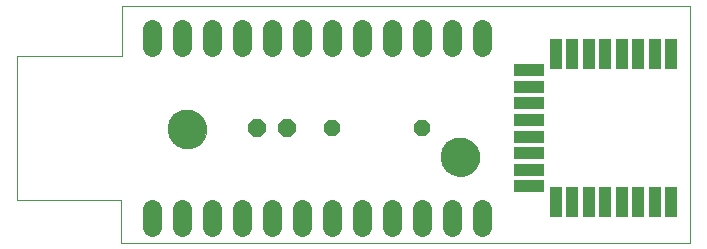
<source format=gts>
G75*
%MOIN*%
%OFA0B0*%
%FSLAX25Y25*%
%IPPOS*%
%LPD*%
%AMOC8*
5,1,8,0,0,1.08239X$1,22.5*
%
%ADD10C,0.00000*%
%ADD11C,0.12998*%
%ADD12R,0.04337X0.10046*%
%ADD13R,0.10046X0.04337*%
%ADD14C,0.06400*%
%ADD15OC8,0.06000*%
%ADD16OC8,0.05600*%
D10*
X0035742Y0004543D02*
X0225421Y0004380D01*
X0225257Y0083418D01*
X0036116Y0083287D01*
X0035913Y0066626D01*
X0001142Y0066829D01*
X0001000Y0018636D01*
X0035777Y0018636D01*
X0035742Y0004543D01*
X0142509Y0033078D02*
X0142511Y0033236D01*
X0142517Y0033394D01*
X0142527Y0033552D01*
X0142541Y0033710D01*
X0142559Y0033867D01*
X0142580Y0034024D01*
X0142606Y0034180D01*
X0142636Y0034336D01*
X0142669Y0034491D01*
X0142707Y0034644D01*
X0142748Y0034797D01*
X0142793Y0034949D01*
X0142842Y0035100D01*
X0142895Y0035249D01*
X0142951Y0035397D01*
X0143011Y0035543D01*
X0143075Y0035688D01*
X0143143Y0035831D01*
X0143214Y0035973D01*
X0143288Y0036113D01*
X0143366Y0036250D01*
X0143448Y0036386D01*
X0143532Y0036520D01*
X0143621Y0036651D01*
X0143712Y0036780D01*
X0143807Y0036907D01*
X0143904Y0037032D01*
X0144005Y0037154D01*
X0144109Y0037273D01*
X0144216Y0037390D01*
X0144326Y0037504D01*
X0144439Y0037615D01*
X0144554Y0037724D01*
X0144672Y0037829D01*
X0144793Y0037931D01*
X0144916Y0038031D01*
X0145042Y0038127D01*
X0145170Y0038220D01*
X0145300Y0038310D01*
X0145433Y0038396D01*
X0145568Y0038480D01*
X0145704Y0038559D01*
X0145843Y0038636D01*
X0145984Y0038708D01*
X0146126Y0038778D01*
X0146270Y0038843D01*
X0146416Y0038905D01*
X0146563Y0038963D01*
X0146712Y0039018D01*
X0146862Y0039069D01*
X0147013Y0039116D01*
X0147165Y0039159D01*
X0147318Y0039198D01*
X0147473Y0039234D01*
X0147628Y0039265D01*
X0147784Y0039293D01*
X0147940Y0039317D01*
X0148097Y0039337D01*
X0148255Y0039353D01*
X0148412Y0039365D01*
X0148571Y0039373D01*
X0148729Y0039377D01*
X0148887Y0039377D01*
X0149045Y0039373D01*
X0149204Y0039365D01*
X0149361Y0039353D01*
X0149519Y0039337D01*
X0149676Y0039317D01*
X0149832Y0039293D01*
X0149988Y0039265D01*
X0150143Y0039234D01*
X0150298Y0039198D01*
X0150451Y0039159D01*
X0150603Y0039116D01*
X0150754Y0039069D01*
X0150904Y0039018D01*
X0151053Y0038963D01*
X0151200Y0038905D01*
X0151346Y0038843D01*
X0151490Y0038778D01*
X0151632Y0038708D01*
X0151773Y0038636D01*
X0151912Y0038559D01*
X0152048Y0038480D01*
X0152183Y0038396D01*
X0152316Y0038310D01*
X0152446Y0038220D01*
X0152574Y0038127D01*
X0152700Y0038031D01*
X0152823Y0037931D01*
X0152944Y0037829D01*
X0153062Y0037724D01*
X0153177Y0037615D01*
X0153290Y0037504D01*
X0153400Y0037390D01*
X0153507Y0037273D01*
X0153611Y0037154D01*
X0153712Y0037032D01*
X0153809Y0036907D01*
X0153904Y0036780D01*
X0153995Y0036651D01*
X0154084Y0036520D01*
X0154168Y0036386D01*
X0154250Y0036250D01*
X0154328Y0036113D01*
X0154402Y0035973D01*
X0154473Y0035831D01*
X0154541Y0035688D01*
X0154605Y0035543D01*
X0154665Y0035397D01*
X0154721Y0035249D01*
X0154774Y0035100D01*
X0154823Y0034949D01*
X0154868Y0034797D01*
X0154909Y0034644D01*
X0154947Y0034491D01*
X0154980Y0034336D01*
X0155010Y0034180D01*
X0155036Y0034024D01*
X0155057Y0033867D01*
X0155075Y0033710D01*
X0155089Y0033552D01*
X0155099Y0033394D01*
X0155105Y0033236D01*
X0155107Y0033078D01*
X0155105Y0032920D01*
X0155099Y0032762D01*
X0155089Y0032604D01*
X0155075Y0032446D01*
X0155057Y0032289D01*
X0155036Y0032132D01*
X0155010Y0031976D01*
X0154980Y0031820D01*
X0154947Y0031665D01*
X0154909Y0031512D01*
X0154868Y0031359D01*
X0154823Y0031207D01*
X0154774Y0031056D01*
X0154721Y0030907D01*
X0154665Y0030759D01*
X0154605Y0030613D01*
X0154541Y0030468D01*
X0154473Y0030325D01*
X0154402Y0030183D01*
X0154328Y0030043D01*
X0154250Y0029906D01*
X0154168Y0029770D01*
X0154084Y0029636D01*
X0153995Y0029505D01*
X0153904Y0029376D01*
X0153809Y0029249D01*
X0153712Y0029124D01*
X0153611Y0029002D01*
X0153507Y0028883D01*
X0153400Y0028766D01*
X0153290Y0028652D01*
X0153177Y0028541D01*
X0153062Y0028432D01*
X0152944Y0028327D01*
X0152823Y0028225D01*
X0152700Y0028125D01*
X0152574Y0028029D01*
X0152446Y0027936D01*
X0152316Y0027846D01*
X0152183Y0027760D01*
X0152048Y0027676D01*
X0151912Y0027597D01*
X0151773Y0027520D01*
X0151632Y0027448D01*
X0151490Y0027378D01*
X0151346Y0027313D01*
X0151200Y0027251D01*
X0151053Y0027193D01*
X0150904Y0027138D01*
X0150754Y0027087D01*
X0150603Y0027040D01*
X0150451Y0026997D01*
X0150298Y0026958D01*
X0150143Y0026922D01*
X0149988Y0026891D01*
X0149832Y0026863D01*
X0149676Y0026839D01*
X0149519Y0026819D01*
X0149361Y0026803D01*
X0149204Y0026791D01*
X0149045Y0026783D01*
X0148887Y0026779D01*
X0148729Y0026779D01*
X0148571Y0026783D01*
X0148412Y0026791D01*
X0148255Y0026803D01*
X0148097Y0026819D01*
X0147940Y0026839D01*
X0147784Y0026863D01*
X0147628Y0026891D01*
X0147473Y0026922D01*
X0147318Y0026958D01*
X0147165Y0026997D01*
X0147013Y0027040D01*
X0146862Y0027087D01*
X0146712Y0027138D01*
X0146563Y0027193D01*
X0146416Y0027251D01*
X0146270Y0027313D01*
X0146126Y0027378D01*
X0145984Y0027448D01*
X0145843Y0027520D01*
X0145704Y0027597D01*
X0145568Y0027676D01*
X0145433Y0027760D01*
X0145300Y0027846D01*
X0145170Y0027936D01*
X0145042Y0028029D01*
X0144916Y0028125D01*
X0144793Y0028225D01*
X0144672Y0028327D01*
X0144554Y0028432D01*
X0144439Y0028541D01*
X0144326Y0028652D01*
X0144216Y0028766D01*
X0144109Y0028883D01*
X0144005Y0029002D01*
X0143904Y0029124D01*
X0143807Y0029249D01*
X0143712Y0029376D01*
X0143621Y0029505D01*
X0143532Y0029636D01*
X0143448Y0029770D01*
X0143366Y0029906D01*
X0143288Y0030043D01*
X0143214Y0030183D01*
X0143143Y0030325D01*
X0143075Y0030468D01*
X0143011Y0030613D01*
X0142951Y0030759D01*
X0142895Y0030907D01*
X0142842Y0031056D01*
X0142793Y0031207D01*
X0142748Y0031359D01*
X0142707Y0031512D01*
X0142669Y0031665D01*
X0142636Y0031820D01*
X0142606Y0031976D01*
X0142580Y0032132D01*
X0142559Y0032289D01*
X0142541Y0032446D01*
X0142527Y0032604D01*
X0142517Y0032762D01*
X0142511Y0032920D01*
X0142509Y0033078D01*
X0051494Y0042278D02*
X0051496Y0042436D01*
X0051502Y0042594D01*
X0051512Y0042752D01*
X0051526Y0042910D01*
X0051544Y0043067D01*
X0051565Y0043224D01*
X0051591Y0043380D01*
X0051621Y0043536D01*
X0051654Y0043691D01*
X0051692Y0043844D01*
X0051733Y0043997D01*
X0051778Y0044149D01*
X0051827Y0044300D01*
X0051880Y0044449D01*
X0051936Y0044597D01*
X0051996Y0044743D01*
X0052060Y0044888D01*
X0052128Y0045031D01*
X0052199Y0045173D01*
X0052273Y0045313D01*
X0052351Y0045450D01*
X0052433Y0045586D01*
X0052517Y0045720D01*
X0052606Y0045851D01*
X0052697Y0045980D01*
X0052792Y0046107D01*
X0052889Y0046232D01*
X0052990Y0046354D01*
X0053094Y0046473D01*
X0053201Y0046590D01*
X0053311Y0046704D01*
X0053424Y0046815D01*
X0053539Y0046924D01*
X0053657Y0047029D01*
X0053778Y0047131D01*
X0053901Y0047231D01*
X0054027Y0047327D01*
X0054155Y0047420D01*
X0054285Y0047510D01*
X0054418Y0047596D01*
X0054553Y0047680D01*
X0054689Y0047759D01*
X0054828Y0047836D01*
X0054969Y0047908D01*
X0055111Y0047978D01*
X0055255Y0048043D01*
X0055401Y0048105D01*
X0055548Y0048163D01*
X0055697Y0048218D01*
X0055847Y0048269D01*
X0055998Y0048316D01*
X0056150Y0048359D01*
X0056303Y0048398D01*
X0056458Y0048434D01*
X0056613Y0048465D01*
X0056769Y0048493D01*
X0056925Y0048517D01*
X0057082Y0048537D01*
X0057240Y0048553D01*
X0057397Y0048565D01*
X0057556Y0048573D01*
X0057714Y0048577D01*
X0057872Y0048577D01*
X0058030Y0048573D01*
X0058189Y0048565D01*
X0058346Y0048553D01*
X0058504Y0048537D01*
X0058661Y0048517D01*
X0058817Y0048493D01*
X0058973Y0048465D01*
X0059128Y0048434D01*
X0059283Y0048398D01*
X0059436Y0048359D01*
X0059588Y0048316D01*
X0059739Y0048269D01*
X0059889Y0048218D01*
X0060038Y0048163D01*
X0060185Y0048105D01*
X0060331Y0048043D01*
X0060475Y0047978D01*
X0060617Y0047908D01*
X0060758Y0047836D01*
X0060897Y0047759D01*
X0061033Y0047680D01*
X0061168Y0047596D01*
X0061301Y0047510D01*
X0061431Y0047420D01*
X0061559Y0047327D01*
X0061685Y0047231D01*
X0061808Y0047131D01*
X0061929Y0047029D01*
X0062047Y0046924D01*
X0062162Y0046815D01*
X0062275Y0046704D01*
X0062385Y0046590D01*
X0062492Y0046473D01*
X0062596Y0046354D01*
X0062697Y0046232D01*
X0062794Y0046107D01*
X0062889Y0045980D01*
X0062980Y0045851D01*
X0063069Y0045720D01*
X0063153Y0045586D01*
X0063235Y0045450D01*
X0063313Y0045313D01*
X0063387Y0045173D01*
X0063458Y0045031D01*
X0063526Y0044888D01*
X0063590Y0044743D01*
X0063650Y0044597D01*
X0063706Y0044449D01*
X0063759Y0044300D01*
X0063808Y0044149D01*
X0063853Y0043997D01*
X0063894Y0043844D01*
X0063932Y0043691D01*
X0063965Y0043536D01*
X0063995Y0043380D01*
X0064021Y0043224D01*
X0064042Y0043067D01*
X0064060Y0042910D01*
X0064074Y0042752D01*
X0064084Y0042594D01*
X0064090Y0042436D01*
X0064092Y0042278D01*
X0064090Y0042120D01*
X0064084Y0041962D01*
X0064074Y0041804D01*
X0064060Y0041646D01*
X0064042Y0041489D01*
X0064021Y0041332D01*
X0063995Y0041176D01*
X0063965Y0041020D01*
X0063932Y0040865D01*
X0063894Y0040712D01*
X0063853Y0040559D01*
X0063808Y0040407D01*
X0063759Y0040256D01*
X0063706Y0040107D01*
X0063650Y0039959D01*
X0063590Y0039813D01*
X0063526Y0039668D01*
X0063458Y0039525D01*
X0063387Y0039383D01*
X0063313Y0039243D01*
X0063235Y0039106D01*
X0063153Y0038970D01*
X0063069Y0038836D01*
X0062980Y0038705D01*
X0062889Y0038576D01*
X0062794Y0038449D01*
X0062697Y0038324D01*
X0062596Y0038202D01*
X0062492Y0038083D01*
X0062385Y0037966D01*
X0062275Y0037852D01*
X0062162Y0037741D01*
X0062047Y0037632D01*
X0061929Y0037527D01*
X0061808Y0037425D01*
X0061685Y0037325D01*
X0061559Y0037229D01*
X0061431Y0037136D01*
X0061301Y0037046D01*
X0061168Y0036960D01*
X0061033Y0036876D01*
X0060897Y0036797D01*
X0060758Y0036720D01*
X0060617Y0036648D01*
X0060475Y0036578D01*
X0060331Y0036513D01*
X0060185Y0036451D01*
X0060038Y0036393D01*
X0059889Y0036338D01*
X0059739Y0036287D01*
X0059588Y0036240D01*
X0059436Y0036197D01*
X0059283Y0036158D01*
X0059128Y0036122D01*
X0058973Y0036091D01*
X0058817Y0036063D01*
X0058661Y0036039D01*
X0058504Y0036019D01*
X0058346Y0036003D01*
X0058189Y0035991D01*
X0058030Y0035983D01*
X0057872Y0035979D01*
X0057714Y0035979D01*
X0057556Y0035983D01*
X0057397Y0035991D01*
X0057240Y0036003D01*
X0057082Y0036019D01*
X0056925Y0036039D01*
X0056769Y0036063D01*
X0056613Y0036091D01*
X0056458Y0036122D01*
X0056303Y0036158D01*
X0056150Y0036197D01*
X0055998Y0036240D01*
X0055847Y0036287D01*
X0055697Y0036338D01*
X0055548Y0036393D01*
X0055401Y0036451D01*
X0055255Y0036513D01*
X0055111Y0036578D01*
X0054969Y0036648D01*
X0054828Y0036720D01*
X0054689Y0036797D01*
X0054553Y0036876D01*
X0054418Y0036960D01*
X0054285Y0037046D01*
X0054155Y0037136D01*
X0054027Y0037229D01*
X0053901Y0037325D01*
X0053778Y0037425D01*
X0053657Y0037527D01*
X0053539Y0037632D01*
X0053424Y0037741D01*
X0053311Y0037852D01*
X0053201Y0037966D01*
X0053094Y0038083D01*
X0052990Y0038202D01*
X0052889Y0038324D01*
X0052792Y0038449D01*
X0052697Y0038576D01*
X0052606Y0038705D01*
X0052517Y0038836D01*
X0052433Y0038970D01*
X0052351Y0039106D01*
X0052273Y0039243D01*
X0052199Y0039383D01*
X0052128Y0039525D01*
X0052060Y0039668D01*
X0051996Y0039813D01*
X0051936Y0039959D01*
X0051880Y0040107D01*
X0051827Y0040256D01*
X0051778Y0040407D01*
X0051733Y0040559D01*
X0051692Y0040712D01*
X0051654Y0040865D01*
X0051621Y0041020D01*
X0051591Y0041176D01*
X0051565Y0041332D01*
X0051544Y0041489D01*
X0051526Y0041646D01*
X0051512Y0041804D01*
X0051502Y0041962D01*
X0051496Y0042120D01*
X0051494Y0042278D01*
D11*
X0057793Y0042278D03*
X0148808Y0033078D03*
D12*
X0180578Y0018030D03*
X0186089Y0018030D03*
X0191601Y0018030D03*
X0197113Y0018030D03*
X0202625Y0018030D03*
X0208137Y0018030D03*
X0213649Y0018030D03*
X0219160Y0018030D03*
X0219160Y0067242D03*
X0213649Y0067242D03*
X0208137Y0067242D03*
X0202625Y0067242D03*
X0197113Y0067242D03*
X0191601Y0067242D03*
X0186089Y0067242D03*
X0180578Y0067242D03*
D13*
X0171719Y0061927D03*
X0171719Y0056415D03*
X0171719Y0050904D03*
X0171719Y0045392D03*
X0171719Y0039880D03*
X0171719Y0034368D03*
X0171719Y0028856D03*
X0171719Y0023345D03*
D14*
X0156011Y0015636D02*
X0156011Y0009636D01*
X0146011Y0009636D02*
X0146011Y0015636D01*
X0136011Y0015636D02*
X0136011Y0009636D01*
X0126011Y0009636D02*
X0126011Y0015636D01*
X0116011Y0015636D02*
X0116011Y0009636D01*
X0106011Y0009636D02*
X0106011Y0015636D01*
X0096011Y0015636D02*
X0096011Y0009636D01*
X0086011Y0009636D02*
X0086011Y0015636D01*
X0076011Y0015636D02*
X0076011Y0009636D01*
X0066011Y0009636D02*
X0066011Y0015636D01*
X0056011Y0015636D02*
X0056011Y0009636D01*
X0046011Y0009636D02*
X0046011Y0015636D01*
X0046011Y0069636D02*
X0046011Y0075636D01*
X0056011Y0075636D02*
X0056011Y0069636D01*
X0066011Y0069636D02*
X0066011Y0075636D01*
X0076011Y0075636D02*
X0076011Y0069636D01*
X0086011Y0069636D02*
X0086011Y0075636D01*
X0096011Y0075636D02*
X0096011Y0069636D01*
X0106011Y0069636D02*
X0106011Y0075636D01*
X0116011Y0075636D02*
X0116011Y0069636D01*
X0126011Y0069636D02*
X0126011Y0075636D01*
X0136011Y0075636D02*
X0136011Y0069636D01*
X0146011Y0069636D02*
X0146011Y0075636D01*
X0156011Y0075636D02*
X0156011Y0069636D01*
D15*
X0091011Y0042636D03*
X0081011Y0042636D03*
D16*
X0106011Y0042636D03*
X0136011Y0042636D03*
M02*

</source>
